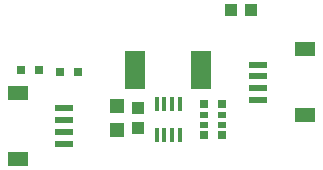
<source format=gbr>
G04 EAGLE Gerber RS-274X export*
G75*
%MOMM*%
%FSLAX34Y34*%
%LPD*%
%INSolderpaste Top*%
%IPPOS*%
%AMOC8*
5,1,8,0,0,1.08239X$1,22.5*%
G01*
%ADD10R,0.400000X1.200000*%
%ADD11R,1.000000X1.100000*%
%ADD12R,1.800000X3.200000*%
%ADD13R,1.300000X1.200000*%
%ADD14R,0.800000X0.650000*%
%ADD15R,0.800000X0.500000*%
%ADD16R,1.550000X0.600000*%
%ADD17R,1.800000X1.200000*%
%ADD18R,0.800000X0.800000*%
%ADD19R,1.100000X1.000000*%


D10*
X136750Y82850D03*
X136750Y56850D03*
X130250Y82850D03*
X123750Y82850D03*
X117250Y82850D03*
X117250Y56850D03*
X123750Y56850D03*
X130250Y56850D03*
D11*
X101600Y79620D03*
X101600Y62620D03*
D12*
X99000Y111760D03*
X155000Y111760D03*
D13*
X83820Y81280D03*
X83820Y60960D03*
D14*
X172600Y82850D03*
X157600Y82850D03*
D15*
X172600Y73850D03*
X172600Y65850D03*
D14*
X172600Y56850D03*
X157600Y56850D03*
D15*
X157600Y73850D03*
X157600Y65850D03*
D16*
X203460Y96600D03*
X203460Y106600D03*
X203460Y86600D03*
X203460Y116600D03*
D17*
X242460Y73600D03*
X242460Y129600D03*
D16*
X39140Y69770D03*
X39140Y59770D03*
X39140Y79770D03*
X39140Y49770D03*
D17*
X140Y92770D03*
X140Y36770D03*
D18*
X2660Y111760D03*
X17660Y111760D03*
X50800Y110490D03*
X35560Y110490D03*
D19*
X180197Y162941D03*
X197197Y162941D03*
M02*

</source>
